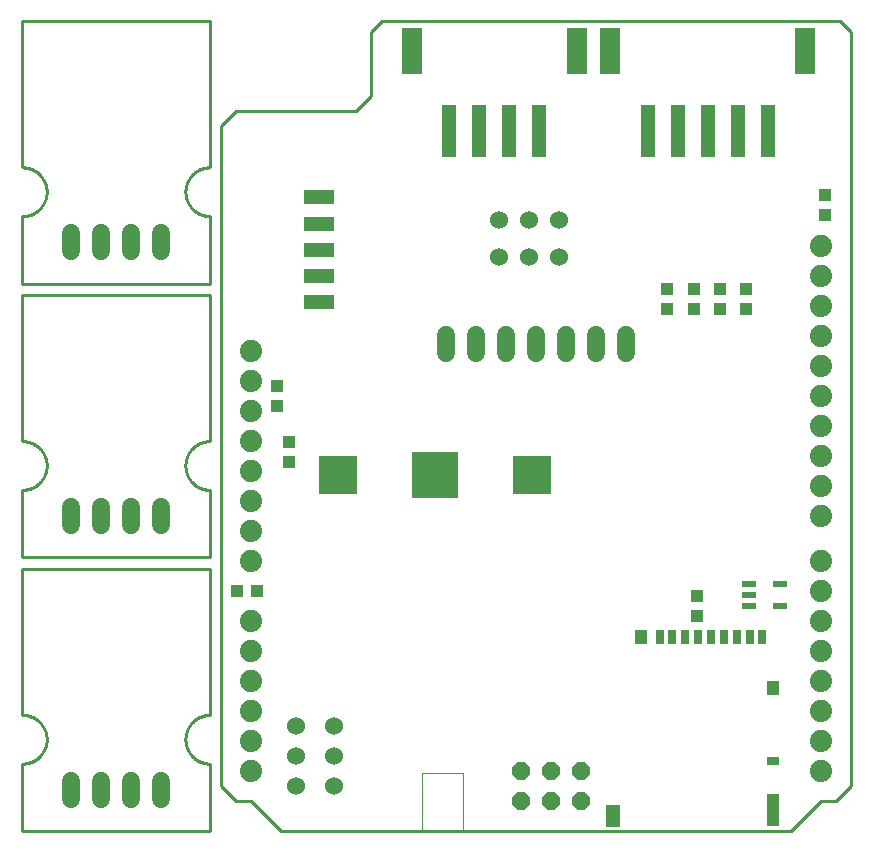
<source format=gbs>
G75*
%MOIN*%
%OFA0B0*%
%FSLAX25Y25*%
%IPPOS*%
%LPD*%
%AMOC8*
5,1,8,0,0,1.08239X$1,22.5*
%
%ADD10C,0.01000*%
%ADD11R,0.04331X0.03937*%
%ADD12R,0.03937X0.04331*%
%ADD13R,0.15354X0.15354*%
%ADD14R,0.12598X0.12598*%
%ADD15OC8,0.06000*%
%ADD16R,0.04724X0.02165*%
%ADD17C,0.06000*%
%ADD18R,0.02756X0.04724*%
%ADD19R,0.03937X0.04724*%
%ADD20R,0.03937X0.03150*%
%ADD21R,0.03937X0.11024*%
%ADD22R,0.05118X0.07480*%
%ADD23C,0.07400*%
%ADD24C,0.00000*%
%ADD25R,0.07087X0.15354*%
%ADD26R,0.05118X0.17717*%
%ADD27R,0.10000X0.05000*%
%ADD28C,0.06000*%
D10*
X0001500Y0005344D02*
X0001500Y0027844D01*
X0001698Y0027846D01*
X0001896Y0027854D01*
X0002093Y0027866D01*
X0002290Y0027883D01*
X0002487Y0027904D01*
X0002683Y0027931D01*
X0002878Y0027962D01*
X0003073Y0027998D01*
X0003267Y0028038D01*
X0003459Y0028084D01*
X0003651Y0028134D01*
X0003841Y0028188D01*
X0004030Y0028248D01*
X0004217Y0028312D01*
X0004403Y0028380D01*
X0004586Y0028453D01*
X0004769Y0028530D01*
X0004949Y0028612D01*
X0005127Y0028698D01*
X0005303Y0028789D01*
X0005477Y0028884D01*
X0005648Y0028983D01*
X0005817Y0029086D01*
X0005983Y0029193D01*
X0006147Y0029304D01*
X0006308Y0029419D01*
X0006466Y0029538D01*
X0006621Y0029661D01*
X0006773Y0029787D01*
X0006922Y0029918D01*
X0007068Y0030052D01*
X0007210Y0030189D01*
X0007349Y0030330D01*
X0007485Y0030474D01*
X0007617Y0030621D01*
X0007745Y0030772D01*
X0007870Y0030925D01*
X0007991Y0031082D01*
X0008108Y0031241D01*
X0008221Y0031404D01*
X0008330Y0031569D01*
X0008435Y0031736D01*
X0008536Y0031907D01*
X0008633Y0032079D01*
X0008726Y0032254D01*
X0008814Y0032431D01*
X0008898Y0032610D01*
X0008978Y0032791D01*
X0009053Y0032974D01*
X0009124Y0033159D01*
X0009190Y0033346D01*
X0009251Y0033534D01*
X0009308Y0033723D01*
X0009361Y0033914D01*
X0009409Y0034106D01*
X0009452Y0034299D01*
X0009490Y0034493D01*
X0009523Y0034688D01*
X0009552Y0034884D01*
X0009576Y0035080D01*
X0009596Y0035277D01*
X0009610Y0035475D01*
X0009620Y0035672D01*
X0009624Y0035870D01*
X0009624Y0036068D01*
X0009620Y0036266D01*
X0009610Y0036463D01*
X0009596Y0036661D01*
X0009576Y0036858D01*
X0009552Y0037054D01*
X0009523Y0037250D01*
X0009490Y0037445D01*
X0009452Y0037639D01*
X0009409Y0037832D01*
X0009361Y0038024D01*
X0009308Y0038215D01*
X0009251Y0038404D01*
X0009190Y0038592D01*
X0009124Y0038779D01*
X0009053Y0038964D01*
X0008978Y0039147D01*
X0008898Y0039328D01*
X0008814Y0039507D01*
X0008726Y0039684D01*
X0008633Y0039859D01*
X0008536Y0040032D01*
X0008435Y0040202D01*
X0008330Y0040369D01*
X0008221Y0040534D01*
X0008108Y0040697D01*
X0007991Y0040856D01*
X0007870Y0041013D01*
X0007745Y0041166D01*
X0007617Y0041317D01*
X0007485Y0041464D01*
X0007349Y0041608D01*
X0007210Y0041749D01*
X0007068Y0041886D01*
X0006922Y0042020D01*
X0006773Y0042151D01*
X0006621Y0042277D01*
X0006466Y0042400D01*
X0006308Y0042519D01*
X0006147Y0042634D01*
X0005983Y0042745D01*
X0005817Y0042852D01*
X0005648Y0042955D01*
X0005477Y0043054D01*
X0005303Y0043149D01*
X0005127Y0043240D01*
X0004949Y0043326D01*
X0004769Y0043408D01*
X0004586Y0043485D01*
X0004403Y0043558D01*
X0004217Y0043626D01*
X0004030Y0043690D01*
X0003841Y0043750D01*
X0003651Y0043804D01*
X0003459Y0043854D01*
X0003267Y0043900D01*
X0003073Y0043940D01*
X0002878Y0043976D01*
X0002683Y0044007D01*
X0002487Y0044034D01*
X0002290Y0044055D01*
X0002093Y0044072D01*
X0001896Y0044084D01*
X0001698Y0044092D01*
X0001500Y0044094D01*
X0001500Y0092844D01*
X0064000Y0092844D01*
X0064000Y0044094D01*
X0063802Y0044092D01*
X0063604Y0044084D01*
X0063407Y0044072D01*
X0063210Y0044055D01*
X0063013Y0044034D01*
X0062817Y0044007D01*
X0062622Y0043976D01*
X0062427Y0043940D01*
X0062233Y0043900D01*
X0062041Y0043854D01*
X0061849Y0043804D01*
X0061659Y0043750D01*
X0061470Y0043690D01*
X0061283Y0043626D01*
X0061097Y0043558D01*
X0060914Y0043485D01*
X0060731Y0043408D01*
X0060551Y0043326D01*
X0060373Y0043240D01*
X0060197Y0043149D01*
X0060023Y0043054D01*
X0059852Y0042955D01*
X0059683Y0042852D01*
X0059517Y0042745D01*
X0059353Y0042634D01*
X0059192Y0042519D01*
X0059034Y0042400D01*
X0058879Y0042277D01*
X0058727Y0042151D01*
X0058578Y0042020D01*
X0058432Y0041886D01*
X0058290Y0041749D01*
X0058151Y0041608D01*
X0058015Y0041464D01*
X0057883Y0041317D01*
X0057755Y0041166D01*
X0057630Y0041013D01*
X0057509Y0040856D01*
X0057392Y0040697D01*
X0057279Y0040534D01*
X0057170Y0040369D01*
X0057065Y0040202D01*
X0056964Y0040031D01*
X0056867Y0039859D01*
X0056774Y0039684D01*
X0056686Y0039507D01*
X0056602Y0039328D01*
X0056522Y0039147D01*
X0056447Y0038964D01*
X0056376Y0038779D01*
X0056310Y0038592D01*
X0056249Y0038404D01*
X0056192Y0038215D01*
X0056139Y0038024D01*
X0056091Y0037832D01*
X0056048Y0037639D01*
X0056010Y0037445D01*
X0055977Y0037250D01*
X0055948Y0037054D01*
X0055924Y0036858D01*
X0055904Y0036661D01*
X0055890Y0036463D01*
X0055880Y0036266D01*
X0055876Y0036068D01*
X0055876Y0035870D01*
X0055880Y0035672D01*
X0055890Y0035475D01*
X0055904Y0035277D01*
X0055924Y0035080D01*
X0055948Y0034884D01*
X0055977Y0034688D01*
X0056010Y0034493D01*
X0056048Y0034299D01*
X0056091Y0034106D01*
X0056139Y0033914D01*
X0056192Y0033723D01*
X0056249Y0033534D01*
X0056310Y0033346D01*
X0056376Y0033159D01*
X0056447Y0032974D01*
X0056522Y0032791D01*
X0056602Y0032610D01*
X0056686Y0032431D01*
X0056774Y0032254D01*
X0056867Y0032079D01*
X0056964Y0031906D01*
X0057065Y0031736D01*
X0057170Y0031569D01*
X0057279Y0031404D01*
X0057392Y0031241D01*
X0057509Y0031082D01*
X0057630Y0030925D01*
X0057755Y0030772D01*
X0057883Y0030621D01*
X0058015Y0030474D01*
X0058151Y0030330D01*
X0058290Y0030189D01*
X0058432Y0030052D01*
X0058578Y0029918D01*
X0058727Y0029787D01*
X0058879Y0029661D01*
X0059034Y0029538D01*
X0059192Y0029419D01*
X0059353Y0029304D01*
X0059517Y0029193D01*
X0059683Y0029086D01*
X0059852Y0028983D01*
X0060023Y0028884D01*
X0060197Y0028789D01*
X0060373Y0028698D01*
X0060551Y0028612D01*
X0060731Y0028530D01*
X0060914Y0028453D01*
X0061097Y0028380D01*
X0061283Y0028312D01*
X0061470Y0028248D01*
X0061659Y0028188D01*
X0061849Y0028134D01*
X0062041Y0028084D01*
X0062233Y0028038D01*
X0062427Y0027998D01*
X0062622Y0027962D01*
X0062817Y0027931D01*
X0063013Y0027904D01*
X0063210Y0027883D01*
X0063407Y0027866D01*
X0063604Y0027854D01*
X0063802Y0027846D01*
X0064000Y0027844D01*
X0064000Y0005344D01*
X0001500Y0005344D01*
X0067750Y0020344D02*
X0072750Y0015344D01*
X0077750Y0015344D01*
X0087750Y0005344D01*
X0257750Y0005344D01*
X0267750Y0015344D01*
X0272750Y0015344D01*
X0277750Y0020344D01*
X0277750Y0271594D01*
X0274000Y0275344D01*
X0121500Y0275344D01*
X0117750Y0271594D01*
X0117750Y0250344D01*
X0112750Y0245344D01*
X0072750Y0245344D01*
X0067750Y0240344D01*
X0067750Y0020344D01*
X0064000Y0096594D02*
X0001500Y0096594D01*
X0001500Y0119094D01*
X0001698Y0119096D01*
X0001896Y0119104D01*
X0002093Y0119116D01*
X0002290Y0119133D01*
X0002487Y0119154D01*
X0002683Y0119181D01*
X0002878Y0119212D01*
X0003073Y0119248D01*
X0003267Y0119288D01*
X0003459Y0119334D01*
X0003651Y0119384D01*
X0003841Y0119438D01*
X0004030Y0119498D01*
X0004217Y0119562D01*
X0004403Y0119630D01*
X0004586Y0119703D01*
X0004769Y0119780D01*
X0004949Y0119862D01*
X0005127Y0119948D01*
X0005303Y0120039D01*
X0005477Y0120134D01*
X0005648Y0120233D01*
X0005817Y0120336D01*
X0005983Y0120443D01*
X0006147Y0120554D01*
X0006308Y0120669D01*
X0006466Y0120788D01*
X0006621Y0120911D01*
X0006773Y0121037D01*
X0006922Y0121168D01*
X0007068Y0121302D01*
X0007210Y0121439D01*
X0007349Y0121580D01*
X0007485Y0121724D01*
X0007617Y0121871D01*
X0007745Y0122022D01*
X0007870Y0122175D01*
X0007991Y0122332D01*
X0008108Y0122491D01*
X0008221Y0122654D01*
X0008330Y0122819D01*
X0008435Y0122986D01*
X0008536Y0123157D01*
X0008633Y0123329D01*
X0008726Y0123504D01*
X0008814Y0123681D01*
X0008898Y0123860D01*
X0008978Y0124041D01*
X0009053Y0124224D01*
X0009124Y0124409D01*
X0009190Y0124596D01*
X0009251Y0124784D01*
X0009308Y0124973D01*
X0009361Y0125164D01*
X0009409Y0125356D01*
X0009452Y0125549D01*
X0009490Y0125743D01*
X0009523Y0125938D01*
X0009552Y0126134D01*
X0009576Y0126330D01*
X0009596Y0126527D01*
X0009610Y0126725D01*
X0009620Y0126922D01*
X0009624Y0127120D01*
X0009624Y0127318D01*
X0009620Y0127516D01*
X0009610Y0127713D01*
X0009596Y0127911D01*
X0009576Y0128108D01*
X0009552Y0128304D01*
X0009523Y0128500D01*
X0009490Y0128695D01*
X0009452Y0128889D01*
X0009409Y0129082D01*
X0009361Y0129274D01*
X0009308Y0129465D01*
X0009251Y0129654D01*
X0009190Y0129842D01*
X0009124Y0130029D01*
X0009053Y0130214D01*
X0008978Y0130397D01*
X0008898Y0130578D01*
X0008814Y0130757D01*
X0008726Y0130934D01*
X0008633Y0131109D01*
X0008536Y0131282D01*
X0008435Y0131452D01*
X0008330Y0131619D01*
X0008221Y0131784D01*
X0008108Y0131947D01*
X0007991Y0132106D01*
X0007870Y0132263D01*
X0007745Y0132416D01*
X0007617Y0132567D01*
X0007485Y0132714D01*
X0007349Y0132858D01*
X0007210Y0132999D01*
X0007068Y0133136D01*
X0006922Y0133270D01*
X0006773Y0133401D01*
X0006621Y0133527D01*
X0006466Y0133650D01*
X0006308Y0133769D01*
X0006147Y0133884D01*
X0005983Y0133995D01*
X0005817Y0134102D01*
X0005648Y0134205D01*
X0005477Y0134304D01*
X0005303Y0134399D01*
X0005127Y0134490D01*
X0004949Y0134576D01*
X0004769Y0134658D01*
X0004586Y0134735D01*
X0004403Y0134808D01*
X0004217Y0134876D01*
X0004030Y0134940D01*
X0003841Y0135000D01*
X0003651Y0135054D01*
X0003459Y0135104D01*
X0003267Y0135150D01*
X0003073Y0135190D01*
X0002878Y0135226D01*
X0002683Y0135257D01*
X0002487Y0135284D01*
X0002290Y0135305D01*
X0002093Y0135322D01*
X0001896Y0135334D01*
X0001698Y0135342D01*
X0001500Y0135344D01*
X0001500Y0184094D01*
X0064000Y0184094D01*
X0064000Y0135344D01*
X0063802Y0135342D01*
X0063604Y0135334D01*
X0063407Y0135322D01*
X0063210Y0135305D01*
X0063013Y0135284D01*
X0062817Y0135257D01*
X0062622Y0135226D01*
X0062427Y0135190D01*
X0062233Y0135150D01*
X0062041Y0135104D01*
X0061849Y0135054D01*
X0061659Y0135000D01*
X0061470Y0134940D01*
X0061283Y0134876D01*
X0061097Y0134808D01*
X0060914Y0134735D01*
X0060731Y0134658D01*
X0060551Y0134576D01*
X0060373Y0134490D01*
X0060197Y0134399D01*
X0060023Y0134304D01*
X0059852Y0134205D01*
X0059683Y0134102D01*
X0059517Y0133995D01*
X0059353Y0133884D01*
X0059192Y0133769D01*
X0059034Y0133650D01*
X0058879Y0133527D01*
X0058727Y0133401D01*
X0058578Y0133270D01*
X0058432Y0133136D01*
X0058290Y0132999D01*
X0058151Y0132858D01*
X0058015Y0132714D01*
X0057883Y0132567D01*
X0057755Y0132416D01*
X0057630Y0132263D01*
X0057509Y0132106D01*
X0057392Y0131947D01*
X0057279Y0131784D01*
X0057170Y0131619D01*
X0057065Y0131452D01*
X0056964Y0131282D01*
X0056867Y0131109D01*
X0056774Y0130934D01*
X0056686Y0130757D01*
X0056602Y0130578D01*
X0056522Y0130397D01*
X0056447Y0130214D01*
X0056376Y0130029D01*
X0056310Y0129842D01*
X0056249Y0129654D01*
X0056192Y0129465D01*
X0056139Y0129274D01*
X0056091Y0129082D01*
X0056048Y0128889D01*
X0056010Y0128695D01*
X0055977Y0128500D01*
X0055948Y0128304D01*
X0055924Y0128108D01*
X0055904Y0127911D01*
X0055890Y0127713D01*
X0055880Y0127516D01*
X0055876Y0127318D01*
X0055876Y0127120D01*
X0055880Y0126922D01*
X0055890Y0126725D01*
X0055904Y0126527D01*
X0055924Y0126330D01*
X0055948Y0126134D01*
X0055977Y0125938D01*
X0056010Y0125743D01*
X0056048Y0125549D01*
X0056091Y0125356D01*
X0056139Y0125164D01*
X0056192Y0124973D01*
X0056249Y0124784D01*
X0056310Y0124596D01*
X0056376Y0124409D01*
X0056447Y0124224D01*
X0056522Y0124041D01*
X0056602Y0123860D01*
X0056686Y0123681D01*
X0056774Y0123504D01*
X0056867Y0123329D01*
X0056964Y0123156D01*
X0057065Y0122986D01*
X0057170Y0122819D01*
X0057279Y0122654D01*
X0057392Y0122491D01*
X0057509Y0122332D01*
X0057630Y0122175D01*
X0057755Y0122022D01*
X0057883Y0121871D01*
X0058015Y0121724D01*
X0058151Y0121580D01*
X0058290Y0121439D01*
X0058432Y0121302D01*
X0058578Y0121168D01*
X0058727Y0121037D01*
X0058879Y0120911D01*
X0059034Y0120788D01*
X0059192Y0120669D01*
X0059353Y0120554D01*
X0059517Y0120443D01*
X0059683Y0120336D01*
X0059852Y0120233D01*
X0060023Y0120134D01*
X0060197Y0120039D01*
X0060373Y0119948D01*
X0060551Y0119862D01*
X0060731Y0119780D01*
X0060914Y0119703D01*
X0061097Y0119630D01*
X0061283Y0119562D01*
X0061470Y0119498D01*
X0061659Y0119438D01*
X0061849Y0119384D01*
X0062041Y0119334D01*
X0062233Y0119288D01*
X0062427Y0119248D01*
X0062622Y0119212D01*
X0062817Y0119181D01*
X0063013Y0119154D01*
X0063210Y0119133D01*
X0063407Y0119116D01*
X0063604Y0119104D01*
X0063802Y0119096D01*
X0064000Y0119094D01*
X0064000Y0096594D01*
X0064000Y0187844D02*
X0001500Y0187844D01*
X0001500Y0210344D01*
X0001698Y0210346D01*
X0001896Y0210354D01*
X0002093Y0210366D01*
X0002290Y0210383D01*
X0002487Y0210404D01*
X0002683Y0210431D01*
X0002878Y0210462D01*
X0003073Y0210498D01*
X0003267Y0210538D01*
X0003459Y0210584D01*
X0003651Y0210634D01*
X0003841Y0210688D01*
X0004030Y0210748D01*
X0004217Y0210812D01*
X0004403Y0210880D01*
X0004586Y0210953D01*
X0004769Y0211030D01*
X0004949Y0211112D01*
X0005127Y0211198D01*
X0005303Y0211289D01*
X0005477Y0211384D01*
X0005648Y0211483D01*
X0005817Y0211586D01*
X0005983Y0211693D01*
X0006147Y0211804D01*
X0006308Y0211919D01*
X0006466Y0212038D01*
X0006621Y0212161D01*
X0006773Y0212287D01*
X0006922Y0212418D01*
X0007068Y0212552D01*
X0007210Y0212689D01*
X0007349Y0212830D01*
X0007485Y0212974D01*
X0007617Y0213121D01*
X0007745Y0213272D01*
X0007870Y0213425D01*
X0007991Y0213582D01*
X0008108Y0213741D01*
X0008221Y0213904D01*
X0008330Y0214069D01*
X0008435Y0214236D01*
X0008536Y0214407D01*
X0008633Y0214579D01*
X0008726Y0214754D01*
X0008814Y0214931D01*
X0008898Y0215110D01*
X0008978Y0215291D01*
X0009053Y0215474D01*
X0009124Y0215659D01*
X0009190Y0215846D01*
X0009251Y0216034D01*
X0009308Y0216223D01*
X0009361Y0216414D01*
X0009409Y0216606D01*
X0009452Y0216799D01*
X0009490Y0216993D01*
X0009523Y0217188D01*
X0009552Y0217384D01*
X0009576Y0217580D01*
X0009596Y0217777D01*
X0009610Y0217975D01*
X0009620Y0218172D01*
X0009624Y0218370D01*
X0009624Y0218568D01*
X0009620Y0218766D01*
X0009610Y0218963D01*
X0009596Y0219161D01*
X0009576Y0219358D01*
X0009552Y0219554D01*
X0009523Y0219750D01*
X0009490Y0219945D01*
X0009452Y0220139D01*
X0009409Y0220332D01*
X0009361Y0220524D01*
X0009308Y0220715D01*
X0009251Y0220904D01*
X0009190Y0221092D01*
X0009124Y0221279D01*
X0009053Y0221464D01*
X0008978Y0221647D01*
X0008898Y0221828D01*
X0008814Y0222007D01*
X0008726Y0222184D01*
X0008633Y0222359D01*
X0008536Y0222532D01*
X0008435Y0222702D01*
X0008330Y0222869D01*
X0008221Y0223034D01*
X0008108Y0223197D01*
X0007991Y0223356D01*
X0007870Y0223513D01*
X0007745Y0223666D01*
X0007617Y0223817D01*
X0007485Y0223964D01*
X0007349Y0224108D01*
X0007210Y0224249D01*
X0007068Y0224386D01*
X0006922Y0224520D01*
X0006773Y0224651D01*
X0006621Y0224777D01*
X0006466Y0224900D01*
X0006308Y0225019D01*
X0006147Y0225134D01*
X0005983Y0225245D01*
X0005817Y0225352D01*
X0005648Y0225455D01*
X0005477Y0225554D01*
X0005303Y0225649D01*
X0005127Y0225740D01*
X0004949Y0225826D01*
X0004769Y0225908D01*
X0004586Y0225985D01*
X0004403Y0226058D01*
X0004217Y0226126D01*
X0004030Y0226190D01*
X0003841Y0226250D01*
X0003651Y0226304D01*
X0003459Y0226354D01*
X0003267Y0226400D01*
X0003073Y0226440D01*
X0002878Y0226476D01*
X0002683Y0226507D01*
X0002487Y0226534D01*
X0002290Y0226555D01*
X0002093Y0226572D01*
X0001896Y0226584D01*
X0001698Y0226592D01*
X0001500Y0226594D01*
X0001500Y0275344D01*
X0064000Y0275344D01*
X0064000Y0226594D01*
X0063802Y0226592D01*
X0063604Y0226584D01*
X0063407Y0226572D01*
X0063210Y0226555D01*
X0063013Y0226534D01*
X0062817Y0226507D01*
X0062622Y0226476D01*
X0062427Y0226440D01*
X0062233Y0226400D01*
X0062041Y0226354D01*
X0061849Y0226304D01*
X0061659Y0226250D01*
X0061470Y0226190D01*
X0061283Y0226126D01*
X0061097Y0226058D01*
X0060914Y0225985D01*
X0060731Y0225908D01*
X0060551Y0225826D01*
X0060373Y0225740D01*
X0060197Y0225649D01*
X0060023Y0225554D01*
X0059852Y0225455D01*
X0059683Y0225352D01*
X0059517Y0225245D01*
X0059353Y0225134D01*
X0059192Y0225019D01*
X0059034Y0224900D01*
X0058879Y0224777D01*
X0058727Y0224651D01*
X0058578Y0224520D01*
X0058432Y0224386D01*
X0058290Y0224249D01*
X0058151Y0224108D01*
X0058015Y0223964D01*
X0057883Y0223817D01*
X0057755Y0223666D01*
X0057630Y0223513D01*
X0057509Y0223356D01*
X0057392Y0223197D01*
X0057279Y0223034D01*
X0057170Y0222869D01*
X0057065Y0222702D01*
X0056964Y0222532D01*
X0056867Y0222359D01*
X0056774Y0222184D01*
X0056686Y0222007D01*
X0056602Y0221828D01*
X0056522Y0221647D01*
X0056447Y0221464D01*
X0056376Y0221279D01*
X0056310Y0221092D01*
X0056249Y0220904D01*
X0056192Y0220715D01*
X0056139Y0220524D01*
X0056091Y0220332D01*
X0056048Y0220139D01*
X0056010Y0219945D01*
X0055977Y0219750D01*
X0055948Y0219554D01*
X0055924Y0219358D01*
X0055904Y0219161D01*
X0055890Y0218963D01*
X0055880Y0218766D01*
X0055876Y0218568D01*
X0055876Y0218370D01*
X0055880Y0218172D01*
X0055890Y0217975D01*
X0055904Y0217777D01*
X0055924Y0217580D01*
X0055948Y0217384D01*
X0055977Y0217188D01*
X0056010Y0216993D01*
X0056048Y0216799D01*
X0056091Y0216606D01*
X0056139Y0216414D01*
X0056192Y0216223D01*
X0056249Y0216034D01*
X0056310Y0215846D01*
X0056376Y0215659D01*
X0056447Y0215474D01*
X0056522Y0215291D01*
X0056602Y0215110D01*
X0056686Y0214931D01*
X0056774Y0214754D01*
X0056867Y0214579D01*
X0056964Y0214406D01*
X0057065Y0214236D01*
X0057170Y0214069D01*
X0057279Y0213904D01*
X0057392Y0213741D01*
X0057509Y0213582D01*
X0057630Y0213425D01*
X0057755Y0213272D01*
X0057883Y0213121D01*
X0058015Y0212974D01*
X0058151Y0212830D01*
X0058290Y0212689D01*
X0058432Y0212552D01*
X0058578Y0212418D01*
X0058727Y0212287D01*
X0058879Y0212161D01*
X0059034Y0212038D01*
X0059192Y0211919D01*
X0059353Y0211804D01*
X0059517Y0211693D01*
X0059683Y0211586D01*
X0059852Y0211483D01*
X0060023Y0211384D01*
X0060197Y0211289D01*
X0060373Y0211198D01*
X0060551Y0211112D01*
X0060731Y0211030D01*
X0060914Y0210953D01*
X0061097Y0210880D01*
X0061283Y0210812D01*
X0061470Y0210748D01*
X0061659Y0210688D01*
X0061849Y0210634D01*
X0062041Y0210584D01*
X0062233Y0210538D01*
X0062427Y0210498D01*
X0062622Y0210462D01*
X0062817Y0210431D01*
X0063013Y0210404D01*
X0063210Y0210383D01*
X0063407Y0210366D01*
X0063604Y0210354D01*
X0063802Y0210346D01*
X0064000Y0210344D01*
X0064000Y0187844D01*
D11*
X0216500Y0186191D03*
X0216500Y0179498D03*
X0225250Y0179498D03*
X0225250Y0186191D03*
X0234000Y0186191D03*
X0234000Y0179498D03*
X0242750Y0179498D03*
X0242750Y0186191D03*
X0269000Y0210748D03*
X0269000Y0217441D03*
D12*
X0226500Y0083691D03*
X0226500Y0076998D03*
X0090250Y0128248D03*
X0090250Y0134941D03*
X0086500Y0146998D03*
X0086500Y0153691D03*
X0079846Y0085344D03*
X0073154Y0085344D03*
D13*
X0139000Y0124094D03*
D14*
X0106717Y0124094D03*
X0171283Y0124094D03*
D15*
X0167750Y0025344D03*
X0177750Y0025344D03*
X0177750Y0015344D03*
X0167750Y0015344D03*
X0187750Y0015344D03*
X0187750Y0025344D03*
D16*
X0243881Y0080354D03*
X0243881Y0084094D03*
X0243881Y0087835D03*
X0254119Y0087835D03*
X0254119Y0080354D03*
D17*
X0202750Y0164844D02*
X0202750Y0170844D01*
X0192750Y0170844D02*
X0192750Y0164844D01*
X0182750Y0164844D02*
X0182750Y0170844D01*
X0172750Y0170844D02*
X0172750Y0164844D01*
X0162750Y0164844D02*
X0162750Y0170844D01*
X0152750Y0170844D02*
X0152750Y0164844D01*
X0142750Y0164844D02*
X0142750Y0170844D01*
X0047750Y0198594D02*
X0047750Y0204594D01*
X0037750Y0204594D02*
X0037750Y0198594D01*
X0027750Y0198594D02*
X0027750Y0204594D01*
X0017750Y0204594D02*
X0017750Y0198594D01*
X0017750Y0113344D02*
X0017750Y0107344D01*
X0027750Y0107344D02*
X0027750Y0113344D01*
X0037750Y0113344D02*
X0037750Y0107344D01*
X0047750Y0107344D02*
X0047750Y0113344D01*
X0047750Y0022094D02*
X0047750Y0016094D01*
X0037750Y0016094D02*
X0037750Y0022094D01*
X0027750Y0022094D02*
X0027750Y0016094D01*
X0017750Y0016094D02*
X0017750Y0022094D01*
D18*
X0213902Y0069951D03*
X0218232Y0069951D03*
X0222563Y0069951D03*
X0226894Y0069951D03*
X0231224Y0069951D03*
X0235555Y0069951D03*
X0239886Y0069951D03*
X0244217Y0069951D03*
X0247957Y0069951D03*
D19*
X0251697Y0053022D03*
X0207799Y0069951D03*
D20*
X0251697Y0028612D03*
D21*
X0251697Y0012274D03*
D22*
X0198547Y0010502D03*
D23*
X0267750Y0025344D03*
X0267750Y0035344D03*
X0267750Y0045344D03*
X0267750Y0055344D03*
X0267750Y0065344D03*
X0267750Y0075344D03*
X0267750Y0085344D03*
X0267750Y0095344D03*
X0267750Y0110344D03*
X0267750Y0120344D03*
X0267750Y0130344D03*
X0267750Y0140344D03*
X0267750Y0150344D03*
X0267750Y0160344D03*
X0267750Y0170344D03*
X0267750Y0180344D03*
X0267750Y0190344D03*
X0267750Y0200344D03*
X0077750Y0165344D03*
X0077750Y0155344D03*
X0077750Y0145344D03*
X0077750Y0135344D03*
X0077750Y0125344D03*
X0077750Y0115344D03*
X0077750Y0105344D03*
X0077750Y0095344D03*
X0077750Y0075344D03*
X0077750Y0065344D03*
X0077750Y0055344D03*
X0077750Y0045344D03*
X0077750Y0035344D03*
X0077750Y0025344D03*
D24*
X0134758Y0024724D02*
X0134758Y0005477D01*
X0148242Y0005477D02*
X0148242Y0024724D01*
X0134758Y0024724D01*
D25*
X0131250Y0265344D03*
X0186250Y0265344D03*
X0197500Y0265344D03*
X0262500Y0265344D03*
D26*
X0250000Y0238844D03*
X0240000Y0238844D03*
X0230000Y0238844D03*
X0220000Y0238844D03*
X0210000Y0238844D03*
X0173750Y0238844D03*
X0163750Y0238844D03*
X0153750Y0238844D03*
X0143750Y0238844D03*
D27*
X0100250Y0216594D03*
X0100250Y0207844D03*
X0100250Y0199094D03*
X0100250Y0190344D03*
X0100250Y0181594D03*
D28*
X0160250Y0196594D03*
X0170250Y0196594D03*
X0180250Y0196594D03*
X0180250Y0209094D03*
X0170250Y0209094D03*
X0160250Y0209094D03*
X0105250Y0040344D03*
X0105250Y0030344D03*
X0105250Y0020344D03*
X0092750Y0020344D03*
X0092750Y0030344D03*
X0092750Y0040344D03*
M02*

</source>
